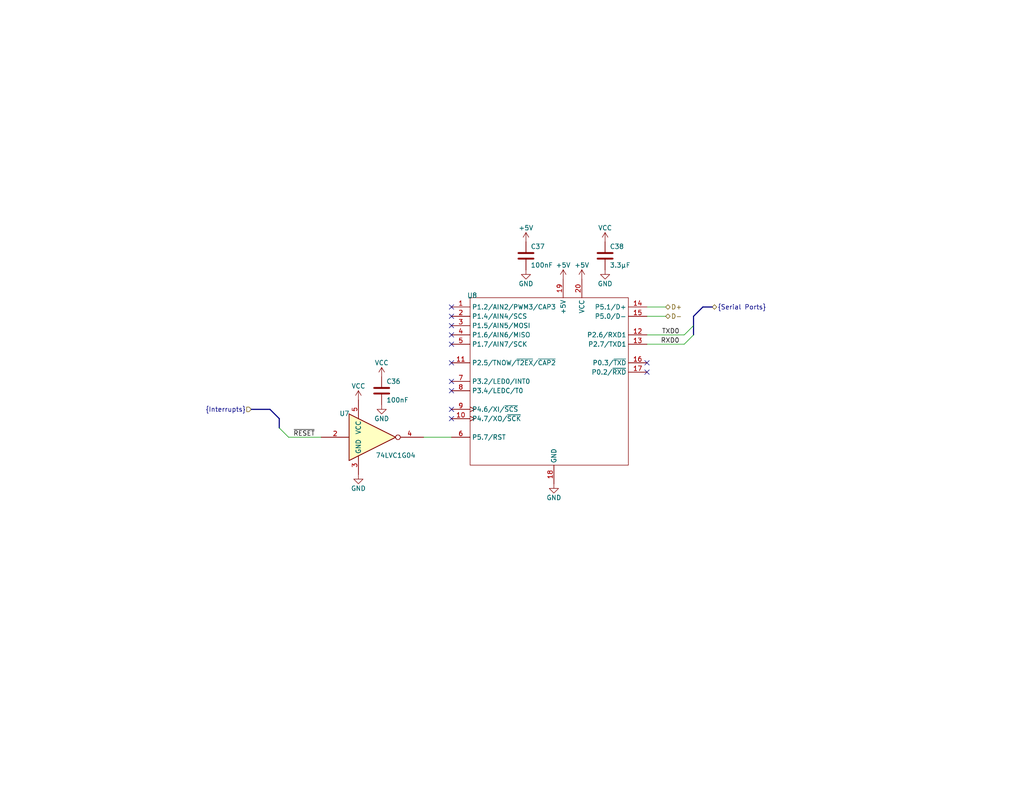
<source format=kicad_sch>
(kicad_sch (version 20230121) (generator eeschema)
  (paper "USLetter")
  (lib_symbols
    (symbol "Turaco:74LVC1G04"
      (property "Reference" "U" (at 0 7.62 0))
      (property "Value" "74LVC1G04" (at 5.08 -7.62 0))
      (symbol "74LVC1G04_0_1"
        (polyline (pts (xy -7.62 6.35) (xy -7.62 -6.35) (xy 5.08 0) (xy -7.62 6.35)) (stroke (width 0.254)) (fill (type background)))
      )
      (symbol "74LVC1G04_1_1"
        (pin input line (at -15.24 0 0) (length 7.62) (name "~") (number "2"))
        (pin power_in line (at -5.08 -10.16 90) (length 5.08) (name "GND") (number "3"))
        (pin output inverted (at 12.7 0 180) (length 7.62) (name "~") (number "4"))
        (pin power_in line (at -5.08 10.16 270) (length 5.08) (name "VCC") (number "5"))
      )
    )
    (symbol "Turaco:C" (pin_numbers hide) (pin_names (offset 0.254))
      (property "Reference" "C" (at 0.635 2.54 0))
      (property "Value" "C" (at 0.635 -2.54 0))
      (symbol "C_0_1"
        (polyline (pts (xy -2.032 -0.762) (xy 2.032 -0.762)) (stroke (width 0.508)))
        (polyline (pts (xy -2.032 0.762) (xy 2.032 0.762)) (stroke (width 0.508)))
      )
      (symbol "C_1_1"
        (pin passive line (at 0 3.81 270) (length 2.794) (name "~") (number "1"))
        (pin passive line (at 0 -3.81 90) (length 2.794) (name "~") (number "2"))
      )
    )
    (symbol "Turaco:CH559T"
      (property "Reference" "U" (at 0.5705 0.6231 0))
      (symbol "CH559T_0_1"
        (rectangle (start 0 0) (end 43.18 -45.72))
      )
      (symbol "CH559T_1_1"
        (pin bidirectional line (at -5.08 -2.54 0) (length 5.08) (name "P1.2/AIN2/PWM3/CAP3") (number "1"))
        (pin output clock (at -5.08 -33.02 0) (length 5.08) (name "P4.7/XO/~{SCK}") (number "10"))
        (pin output line (at -5.08 -17.78 0) (length 5.08) (name "P2.5/TNOW/~{T2EX}/~{CAP2}") (number "11"))
        (pin bidirectional line (at 48.26 -10.16 180) (length 5.08) (name "P2.6/RXD1") (number "12"))
        (pin bidirectional line (at 48.26 -12.7 180) (length 5.08) (name "P2.7/TXD1") (number "13"))
        (pin bidirectional line (at 48.26 -2.54 180) (length 5.08) (name "P5.1/D+") (number "14"))
        (pin bidirectional line (at 48.26 -5.08 180) (length 5.08) (name "P5.0/D-") (number "15"))
        (pin bidirectional line (at 48.26 -17.78 180) (length 5.08) (name "P0.3/~{TXD}") (number "16"))
        (pin bidirectional line (at 48.26 -20.32 180) (length 5.08) (name "P0.2/~{RXD}") (number "17"))
        (pin power_in line (at 22.86 -50.8 90) (length 5.08) (name "GND") (number "18"))
        (pin power_in line (at 25.4 5.08 270) (length 5.08) (name "+5V") (number "19"))
        (pin bidirectional line (at -5.08 -5.08 0) (length 5.08) (name "P1.4/AIN4/SCS") (number "2"))
        (pin power_in line (at 30.48 5.08 270) (length 5.08) (name "VCC") (number "20"))
        (pin bidirectional line (at -5.08 -7.62 0) (length 5.08) (name "P1.5/AIN5/MOSI") (number "3"))
        (pin bidirectional line (at -5.08 -10.16 0) (length 5.08) (name "P1.6/AIN6/MISO") (number "4"))
        (pin bidirectional line (at -5.08 -12.7 0) (length 5.08) (name "P1.7/AIN7/SCK") (number "5"))
        (pin input line (at -5.08 -38.1 0) (length 5.08) (name "P5.7/RST") (number "6"))
        (pin bidirectional line (at -5.08 -22.86 0) (length 5.08) (name "P3.2/LED0/INT0") (number "7"))
        (pin bidirectional line (at -5.08 -25.4 0) (length 5.08) (name "P3.4/LEDC/T0") (number "8"))
        (pin input clock (at -5.08 -30.48 0) (length 5.08) (name "P4.6/XI/~{SCS}") (number "9"))
      )
    )
    (symbol "power:+5V" (power) (pin_names (offset 0))
      (property "Value" "+5V" (at 0 3.556 0))
      (symbol "+5V_0_1"
        (polyline (pts (xy -0.762 1.27) (xy 0 2.54)))
        (polyline (pts (xy 0 0) (xy 0 2.54)))
        (polyline (pts (xy 0 2.54) (xy 0.762 1.27)))
      )
      (symbol "+5V_1_1"
        (pin power_in line (at 0 0 90) (length 0) hide (name "+5V") (number "1"))
      )
    )
    (symbol "power:GND" (power) (pin_names (offset 0))
      (property "Value" "GND" (at 0 -3.81 0))
      (symbol "GND_0_1"
        (polyline (pts (xy 0 0) (xy 0 -1.27) (xy 1.27 -1.27) (xy 0 -2.54) (xy -1.27 -1.27) (xy 0 -1.27)))
      )
      (symbol "GND_1_1"
        (pin power_in line (at 0 0 270) (length 0) hide (name "GND") (number "1"))
      )
    )
    (symbol "power:VCC" (power) (pin_names (offset 0))
      (property "Value" "VCC" (at 0 3.81 0))
      (symbol "VCC_0_1"
        (polyline (pts (xy -0.762 1.27) (xy 0 2.54)))
        (polyline (pts (xy 0 0) (xy 0 2.54)))
        (polyline (pts (xy 0 2.54) (xy 0.762 1.27)))
      )
      (symbol "VCC_1_1"
        (pin power_in line (at 0 0 90) (length 0) hide (name "VCC") (number "1"))
      )
    )
  )
  (no_connect (at 176.53 101.6))
  (no_connect (at 123.19 104.14))
  (no_connect (at 123.19 99.06))
  (no_connect (at 123.19 86.36))
  (no_connect (at 123.19 114.3))
  (no_connect (at 123.19 111.76))
  (no_connect (at 176.53 99.06))
  (no_connect (at 123.19 91.44))
  (no_connect (at 123.19 83.82))
  (no_connect (at 123.19 88.9))
  (no_connect (at 123.19 93.98))
  (no_connect (at 123.19 106.68))
  (bus_entry (at 189.23 88.9) (size -2.54 2.54))
  (bus_entry (at 189.23 91.44) (size -2.54 2.54))
  (bus_entry (at 76.2 116.84) (size 2.54 2.54))
  (wire (pts (xy 115.57 119.38) (xy 123.19 119.38)))
  (bus (pts (xy 73.66 111.76) (xy 76.2 114.3)))
  (wire (pts (xy 78.74 119.38) (xy 87.63 119.38)))
  (wire (pts (xy 176.53 93.98) (xy 186.69 93.98)))
  (bus (pts (xy 68.58 111.76) (xy 73.66 111.76)))
  (wire (pts (xy 176.53 86.36) (xy 181.61 86.36)))
  (bus (pts (xy 189.23 86.36) (xy 191.77 83.82)))
  (bus (pts (xy 189.23 86.36) (xy 189.23 88.9)))
  (bus (pts (xy 189.23 88.9) (xy 189.23 91.44)))
  (wire (pts (xy 176.53 91.44) (xy 186.69 91.44)))
  (bus (pts (xy 76.2 114.3) (xy 76.2 116.84)))
  (bus (pts (xy 191.77 83.82) (xy 194.31 83.82)))
  (wire (pts (xy 176.53 83.82) (xy 181.61 83.82)))
  (label "TXD0" (at 185.42 91.44 180))
  (label "~{RESET}" (at 80.01 119.38 0))
  (label "RXD0" (at 185.42 93.98 180))
  (hierarchical_label "D+" (shape bidirectional) (at 181.61 83.82 0))
  (hierarchical_label "{Interrupts}" (shape input) (at 68.58 111.76 180))
  (hierarchical_label "{Serial Ports}" (shape bidirectional) (at 194.31 83.82 0))
  (hierarchical_label "D-" (shape bidirectional) (at 181.61 86.36 0))
  (symbol (lib_id "power:VCC") (at 97.79 109.22 0) (unit 1)
    (property "Reference" "#PWR091" (effects hide))
    (property "Value" "VCC" (at 97.79 105.41 0))
  )
  (symbol (lib_id "Turaco:C") (at 143.51 69.85 0) (unit 1)
    (property "Reference" "C37" (at 144.78 67.3099 0) (effects (justify left)))
    (property "Value" "100nF" (at 144.78 72.3899 0) (effects (justify left)))
  )
  (symbol (lib_id "power:VCC") (at 165.1 66.04 0) (unit 1)
    (property "Reference" "#PWR0100" (effects hide))
    (property "Value" "VCC" (at 165.1 62.23 0))
  )
  (symbol (lib_id "Turaco:C") (at 165.1 69.85 0) (unit 1)
    (property "Reference" "C38" (at 166.37 67.3099 0) (effects (justify left)))
    (property "Value" "3.3µF" (at 166.37 72.3899 0) (effects (justify left)))
  )
  (symbol (lib_id "power:GND") (at 104.14 110.49 0) (unit 1)
    (property "Reference" "#PWR094" (effects hide))
    (property "Value" "GND" (at 104.14 114.3 0))
  )
  (symbol (lib_id "Turaco:74LVC1G04") (at 102.87 119.38 0) (unit 1)
    (property "Reference" "U7" (at 93.98 112.903 0))
    (property "Value" "74LVC1G04" (at 107.95 124.333 0))
    (property "Datasheet" "https://www.ti.com/lit/ds/symlink/sn74lvc1g04.pdf" (effects hide))
  )
  (symbol (lib_id "Turaco:CH559T") (at 128.27 81.28 0) (unit 1)
    (property "Reference" "U8" (at 128.8405 80.6569 0))
    (property "Value" "~" (at 128.27 81.28 0))
    (property "Datasheet" "https://kprasadvnsi.github.io/CH559_Doc_English/" (effects hide))
  )
  (symbol (lib_id "power:+5V") (at 158.75 76.2 0) (unit 1)
    (property "Reference" "#PWR099" (effects hide))
    (property "Value" "+5V" (at 158.75 72.39 0))
  )
  (symbol (lib_id "power:GND") (at 165.1 73.66 0) (unit 1)
    (property "Reference" "#PWR0101" (effects hide))
    (property "Value" "GND" (at 165.1 77.47 0))
  )
  (symbol (lib_id "power:GND") (at 97.79 129.54 0) (unit 1)
    (property "Reference" "#PWR092" (effects hide))
    (property "Value" "GND" (at 97.79 133.35 0))
  )
  (symbol (lib_id "power:+5V") (at 143.51 66.04 0) (unit 1)
    (property "Reference" "#PWR095" (effects hide))
    (property "Value" "+5V" (at 143.51 62.23 0))
  )
  (symbol (lib_id "power:+5V") (at 153.67 76.2 0) (unit 1)
    (property "Reference" "#PWR098" (effects hide))
    (property "Value" "+5V" (at 153.67 72.39 0))
  )
  (symbol (lib_id "Turaco:C") (at 104.14 106.68 0) (unit 1)
    (property "Reference" "C36" (at 105.41 104.1399 0) (effects (justify left)))
    (property "Value" "100nF" (at 105.41 109.2199 0) (effects (justify left)))
  )
  (symbol (lib_id "power:VCC") (at 104.14 102.87 0) (unit 1)
    (property "Reference" "#PWR093" (effects hide))
    (property "Value" "VCC" (at 104.14 99.06 0))
  )
  (symbol (lib_id "power:GND") (at 143.51 73.66 0) (unit 1)
    (property "Reference" "#PWR096" (effects hide))
    (property "Value" "GND" (at 143.51 77.47 0))
  )
  (symbol (lib_id "power:GND") (at 151.13 132.08 0) (unit 1)
    (property "Reference" "#PWR097" (effects hide))
    (property "Value" "GND" (at 151.13 135.89 0))
  )
)
</source>
